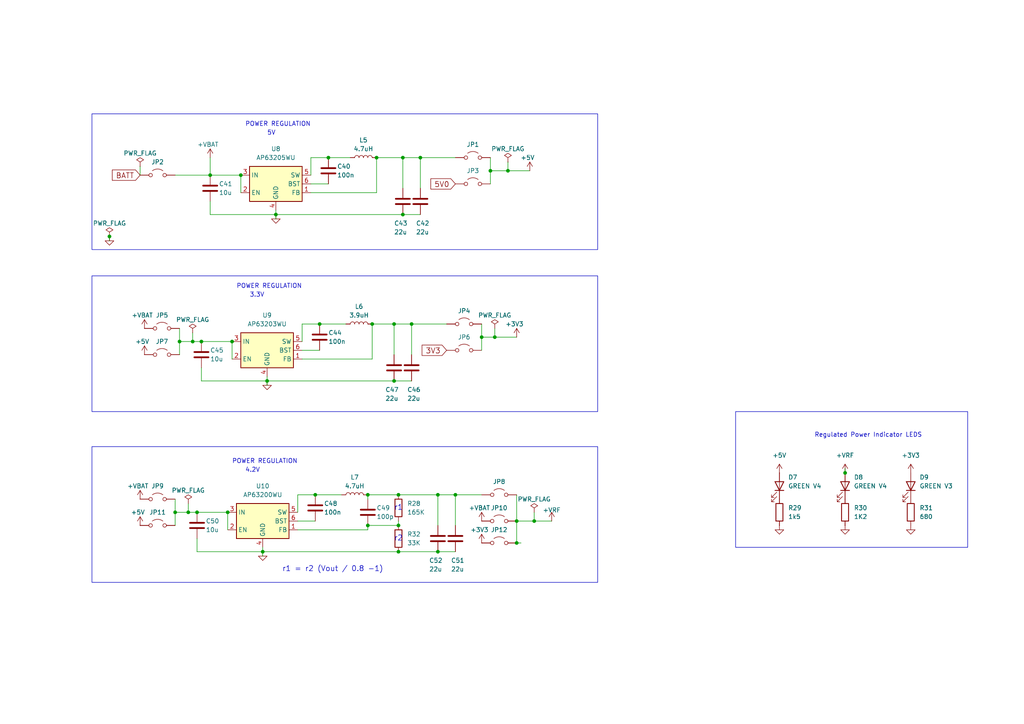
<source format=kicad_sch>
(kicad_sch (version 20231120) (generator "eeschema") (generator_version "8.0")
  (paper "A4")
  (lib_symbols
    (symbol "+3V3_2" (power) (pin_numbers hide) (pin_names (offset 0) hide)
      (property "Value" "+3V3" (at 0 3.556 0))
      (symbol "+3V3_2_0_1"
        (polyline (pts (xy -0.762 1.27) (xy 0 2.54)))
        (polyline (pts (xy 0 0) (xy 0 2.54)))
        (polyline (pts (xy 0 2.54) (xy 0.762 1.27)))
      )
      (symbol "+3V3_2_1_1"
        (pin power_in line (at 0 0 90) (length 0) (name "~") (number "1"))
      )
    )
    (symbol "Device:C" (pin_numbers hide) (pin_names (offset 0.254))
      (property "Reference" "C" (at 0.635 2.54 0))
      (property "Value" "C" (at 0.635 -2.54 0))
      (symbol "C_0_1"
        (polyline (pts (xy -2.032 -0.762) (xy 2.032 -0.762)) (stroke (width 0.508)))
        (polyline (pts (xy -2.032 0.762) (xy 2.032 0.762)) (stroke (width 0.508)))
      )
      (symbol "C_1_1"
        (pin passive line (at 0 3.81 270) (length 2.794) (name "~") (number "1"))
        (pin passive line (at 0 -3.81 90) (length 2.794) (name "~") (number "2"))
      )
    )
    (symbol "Device:L" (pin_numbers hide) (pin_names (offset 1.016) hide)
      (property "Reference" "L" (at -1.27 0 90))
      (property "Value" "L" (at 1.905 0 90))
      (symbol "L_0_1"
        (arc (start 0 -2.54) (mid 0.6323 -1.905) (end 0 -1.27))
        (arc (start 0 -1.27) (mid 0.6323 -0.635) (end 0 0))
        (arc (start 0 0) (mid 0.6323 0.635) (end 0 1.27))
        (arc (start 0 1.27) (mid 0.6323 1.905) (end 0 2.54))
      )
      (symbol "L_1_1"
        (pin passive line (at 0 3.81 270) (length 1.27) (name "1") (number "1"))
        (pin passive line (at 0 -3.81 90) (length 1.27) (name "2") (number "2"))
      )
    )
    (symbol "Device:LED" (pin_numbers hide) (pin_names (offset 1.016) hide)
      (property "Reference" "D" (at 0 2.54 0))
      (property "Value" "LED" (at 0 -2.54 0))
      (symbol "LED_0_1"
        (polyline (pts (xy -1.27 -1.27) (xy -1.27 1.27)) (stroke (width 0.254)))
        (polyline (pts (xy -1.27 0) (xy 1.27 0)))
        (polyline (pts (xy 1.27 -1.27) (xy 1.27 1.27) (xy -1.27 0) (xy 1.27 -1.27)) (stroke (width 0.254)))
        (polyline (pts (xy -3.048 -0.762) (xy -4.572 -2.286) (xy -3.81 -2.286) (xy -4.572 -2.286) (xy -4.572 -1.524)))
        (polyline (pts (xy -1.778 -0.762) (xy -3.302 -2.286) (xy -2.54 -2.286) (xy -3.302 -2.286) (xy -3.302 -1.524)))
      )
      (symbol "LED_1_1"
        (pin passive line (at -3.81 0 0) (length 2.54) (name "K") (number "1"))
        (pin passive line (at 3.81 0 180) (length 2.54) (name "A") (number "2"))
      )
    )
    (symbol "Device:R" (pin_numbers hide) (pin_names (offset 0))
      (property "Reference" "R" (at 2.032 0 90))
      (property "Value" "R" (at 0 0 90))
      (symbol "R_0_1"
        (rectangle (start -1.016 -2.54) (end 1.016 2.54) (stroke (width 0.254)))
      )
      (symbol "R_1_1"
        (pin passive line (at 0 3.81 270) (length 1.27) (name "~") (number "1"))
        (pin passive line (at 0 -3.81 90) (length 1.27) (name "~") (number "2"))
      )
    )
    (symbol "GND_1" (power) (pin_numbers hide) (pin_names (offset 0) hide)
      (property "Value" "GND" (at 0 -3.81 0))
      (symbol "GND_1_0_1"
        (polyline (pts (xy 0 0) (xy 0 -1.27) (xy 1.27 -1.27) (xy 0 -2.54) (xy -1.27 -1.27) (xy 0 -1.27)))
      )
      (symbol "GND_1_1_1"
        (pin power_in line (at 0 0 270) (length 0) (name "~") (number "1"))
      )
    )
    (symbol "Jumper:Jumper_2_Open" (pin_numbers hide) (pin_names (offset 0) hide) (exclude_from_sim yes)
      (property "Reference" "JP" (at 0 2.794 0))
      (property "Value" "Jumper_2_Open" (at 0 -2.286 0))
      (symbol "Jumper_2_Open_0_0"
        (circle (center -2.032 0) (radius 0.508))
        (circle (center 2.032 0) (radius 0.508))
      )
      (symbol "Jumper_2_Open_0_1"
        (arc (start 1.524 1.27) (mid 0 1.778) (end -1.524 1.27))
      )
      (symbol "Jumper_2_Open_1_1"
        (pin passive line (at -5.08 0 0) (length 2.54) (name "A") (number "1"))
        (pin passive line (at 5.08 0 180) (length 2.54) (name "B") (number "2"))
      )
    )
    (symbol "Regulator_Switching:AP63203WU"
      (property "Reference" "U" (at -7.62 6.35 0))
      (property "Value" "AP63203WU" (at 2.54 6.35 0))
      (symbol "AP63203WU_0_1"
        (rectangle (start -7.62 5.08) (end 7.62 -5.08) (stroke (width 0.254)) (fill (type background)))
      )
      (symbol "AP63203WU_1_1"
        (pin input line (at 10.16 -2.54 180) (length 2.54) (name "FB") (number "1"))
        (pin input line (at -10.16 -2.54 0) (length 2.54) (name "EN") (number "2"))
        (pin power_in line (at -10.16 2.54 0) (length 2.54) (name "IN") (number "3"))
        (pin power_in line (at 0 -7.62 90) (length 2.54) (name "GND") (number "4"))
        (pin output line (at 10.16 2.54 180) (length 2.54) (name "SW") (number "5"))
        (pin passive line (at 10.16 0 180) (length 2.54) (name "BST") (number "6"))
      )
    )
    (symbol "Regulator_Switching:AP63205WU"
      (property "Reference" "U" (at -7.62 6.35 0))
      (property "Value" "AP63205WU" (at 2.54 6.35 0))
      (symbol "AP63205WU_0_1"
        (rectangle (start -7.62 5.08) (end 7.62 -5.08) (stroke (width 0.254)) (fill (type background)))
      )
      (symbol "AP63205WU_1_1"
        (pin input line (at 10.16 -2.54 180) (length 2.54) (name "FB") (number "1"))
        (pin input line (at -10.16 -2.54 0) (length 2.54) (name "EN") (number "2"))
        (pin power_in line (at -10.16 2.54 0) (length 2.54) (name "IN") (number "3"))
        (pin power_in line (at 0 -7.62 90) (length 2.54) (name "GND") (number "4"))
        (pin output line (at 10.16 2.54 180) (length 2.54) (name "SW") (number "5"))
        (pin passive line (at 10.16 0 180) (length 2.54) (name "BST") (number "6"))
      )
    )
    (symbol "power:+3V3" (power) (pin_numbers hide) (pin_names (offset 0) hide)
      (property "Value" "+3V3" (at 0 3.556 0))
      (symbol "+3V3_0_1"
        (polyline (pts (xy -0.762 1.27) (xy 0 2.54)))
        (polyline (pts (xy 0 0) (xy 0 2.54)))
        (polyline (pts (xy 0 2.54) (xy 0.762 1.27)))
      )
      (symbol "+3V3_1_1"
        (pin power_in line (at 0 0 90) (length 0) (name "~") (number "1"))
      )
    )
    (symbol "power:+4V" (power) (pin_numbers hide) (pin_names (offset 0) hide)
      (property "Value" "+4V" (at 0 3.556 0))
      (symbol "+4V_0_1"
        (polyline (pts (xy -0.762 1.27) (xy 0 2.54)))
        (polyline (pts (xy 0 0) (xy 0 2.54)))
        (polyline (pts (xy 0 2.54) (xy 0.762 1.27)))
      )
      (symbol "+4V_1_1"
        (pin power_in line (at 0 0 90) (length 0) (name "~") (number "1"))
      )
    )
    (symbol "power:+BATT" (power) (pin_numbers hide) (pin_names (offset 0) hide)
      (property "Value" "+BATT" (at 0 3.556 0))
      (symbol "+BATT_0_1"
        (polyline (pts (xy -0.762 1.27) (xy 0 2.54)))
        (polyline (pts (xy 0 0) (xy 0 2.54)))
        (polyline (pts (xy 0 2.54) (xy 0.762 1.27)))
      )
      (symbol "+BATT_1_1"
        (pin power_in line (at 0 0 90) (length 0) (name "~") (number "1"))
      )
    )
    (symbol "power:GND" (power) (pin_numbers hide) (pin_names (offset 0) hide)
      (property "Value" "GND" (at 0 -3.81 0))
      (symbol "GND_0_1"
        (polyline (pts (xy 0 0) (xy 0 -1.27) (xy 1.27 -1.27) (xy 0 -2.54) (xy -1.27 -1.27) (xy 0 -1.27)))
      )
      (symbol "GND_1_1"
        (pin power_in line (at 0 0 270) (length 0) (name "~") (number "1"))
      )
    )
    (symbol "power:PWR_FLAG" (power) (pin_numbers hide) (pin_names (offset 0) hide)
      (property "Value" "PWR_FLAG" (at 0 3.81 0))
      (symbol "PWR_FLAG_0_0"
        (pin power_out line (at 0 0 90) (length 0) (name "~") (number "1"))
      )
      (symbol "PWR_FLAG_0_1"
        (polyline (pts (xy 0 0) (xy 0 1.27) (xy -1.016 1.905) (xy 0 2.54) (xy 1.016 1.905) (xy 0 1.27)))
      )
    )
    (symbol "power:VBUS" (power) (pin_numbers hide) (pin_names (offset 0) hide)
      (property "Value" "VBUS" (at 0 3.556 0))
      (symbol "VBUS_0_1"
        (polyline (pts (xy -0.762 1.27) (xy 0 2.54)))
        (polyline (pts (xy 0 0) (xy 0 2.54)))
        (polyline (pts (xy 0 2.54) (xy 0.762 1.27)))
      )
      (symbol "VBUS_1_1"
        (pin power_in line (at 0 0 90) (length 0) (name "~") (number "1"))
      )
    )
  )
  (junction (at 107.95 93.98))
  (junction (at 114.3 93.98))
  (junction (at 115.57 143.51))
  (junction (at 115.57 160.02))
  (junction (at 31.75 68.58))
  (junction (at 132.08 143.51))
  (junction (at 106.68 152.4))
  (junction (at 69.85 50.8))
  (junction (at 95.25 45.72))
  (junction (at 106.68 143.51))
  (junction (at 109.22 45.72))
  (junction (at 67.31 99.06))
  (junction (at 77.47 110.49))
  (junction (at 91.44 143.51))
  (junction (at 139.7 97.79))
  (junction (at 119.38 93.98))
  (junction (at 76.2 160.02))
  (junction (at 127 143.51))
  (junction (at 127 160.02))
  (junction (at 50.8 148.59))
  (junction (at 143.51 97.79))
  (junction (at 245.11 137.16))
  (junction (at 58.42 99.06))
  (junction (at 147.32 49.53))
  (junction (at 55.88 99.06))
  (junction (at 149.86 151.13))
  (junction (at 142.24 49.53))
  (junction (at 60.96 50.8))
  (junction (at 57.15 148.59))
  (junction (at 121.92 45.72))
  (junction (at 154.94 151.13))
  (junction (at 52.07 99.06))
  (junction (at 115.57 152.4))
  (junction (at 92.71 93.98))
  (junction (at 116.84 45.72))
  (junction (at 149.86 157.48))
  (junction (at 116.84 62.23))
  (junction (at 80.01 62.23))
  (junction (at 114.3 110.49))
  (junction (at 66.04 148.59))
  (junction (at 54.61 148.59))
  (wire (pts (xy 142.24 49.53) (xy 142.24 45.72)))
  (wire (pts (xy 76.2 160.02) (xy 76.2 158.75)))
  (wire (pts (xy 132.08 143.51) (xy 132.08 152.4)))
  (wire (pts (xy 107.95 93.98) (xy 114.3 93.98)))
  (wire (pts (xy 40.64 48.26) (xy 40.64 50.8)))
  (wire (pts (xy 58.42 99.06) (xy 67.31 99.06)))
  (wire (pts (xy 121.92 45.72) (xy 132.08 45.72)))
  (wire (pts (xy 76.2 160.02) (xy 115.57 160.02)))
  (wire (pts (xy 77.47 110.49) (xy 77.47 109.22)))
  (wire (pts (xy 80.01 62.23) (xy 80.01 63.5)))
  (wire (pts (xy 31.75 68.58) (xy 31.75 69.85)))
  (wire (pts (xy 147.32 46.99) (xy 147.32 49.53)))
  (wire (pts (xy 52.07 95.25) (xy 52.07 99.06)))
  (wire (pts (xy 57.15 160.02) (xy 76.2 160.02)))
  (wire (pts (xy 58.42 106.68) (xy 58.42 110.49)))
  (wire (pts (xy 92.71 93.98) (xy 100.33 93.98)))
  (wire (pts (xy 86.36 143.51) (xy 86.36 148.59)))
  (wire (pts (xy 132.08 143.51) (xy 139.7 143.51)))
  (wire (pts (xy 60.96 45.72) (xy 60.96 50.8)))
  (wire (pts (xy 149.86 157.48) (xy 151.13 157.48)))
  (wire (pts (xy 95.25 45.72) (xy 101.6 45.72)))
  (wire (pts (xy 116.84 62.23) (xy 121.92 62.23)))
  (wire (pts (xy 114.3 93.98) (xy 119.38 93.98)))
  (wire (pts (xy 58.42 110.49) (xy 77.47 110.49)))
  (wire (pts (xy 67.31 99.06) (xy 67.31 104.14)))
  (wire (pts (xy 109.22 55.88) (xy 90.17 55.88)))
  (wire (pts (xy 76.2 160.02) (xy 76.2 161.29)))
  (wire (pts (xy 52.07 99.06) (xy 55.88 99.06)))
  (wire (pts (xy 147.32 49.53) (xy 153.67 49.53)))
  (wire (pts (xy 149.86 151.13) (xy 149.86 157.48)))
  (wire (pts (xy 127 160.02) (xy 132.08 160.02)))
  (wire (pts (xy 50.8 148.59) (xy 54.61 148.59)))
  (wire (pts (xy 55.88 96.52) (xy 55.88 99.06)))
  (wire (pts (xy 116.84 45.72) (xy 116.84 54.61)))
  (wire (pts (xy 121.92 45.72) (xy 121.92 54.61)))
  (wire (pts (xy 127 143.51) (xy 132.08 143.51)))
  (wire (pts (xy 143.51 95.25) (xy 143.51 97.79)))
  (wire (pts (xy 60.96 50.8) (xy 69.85 50.8)))
  (wire (pts (xy 87.63 93.98) (xy 92.71 93.98)))
  (wire (pts (xy 139.7 97.79) (xy 139.7 101.6)))
  (wire (pts (xy 54.61 148.59) (xy 57.15 148.59)))
  (wire (pts (xy 149.86 151.13) (xy 154.94 151.13)))
  (wire (pts (xy 142.24 49.53) (xy 142.24 53.34)))
  (wire (pts (xy 115.57 143.51) (xy 127 143.51)))
  (wire (pts (xy 52.07 99.06) (xy 52.07 102.87)))
  (wire (pts (xy 149.86 143.51) (xy 149.86 151.13)))
  (wire (pts (xy 154.94 148.59) (xy 154.94 151.13)))
  (wire (pts (xy 87.63 104.14) (xy 107.95 104.14)))
  (wire (pts (xy 115.57 160.02) (xy 127 160.02)))
  (wire (pts (xy 86.36 151.13) (xy 91.44 151.13)))
  (wire (pts (xy 90.17 53.34) (xy 95.25 53.34)))
  (wire (pts (xy 109.22 45.72) (xy 109.22 55.88)))
  (wire (pts (xy 154.94 151.13) (xy 160.02 151.13)))
  (wire (pts (xy 60.96 62.23) (xy 80.01 62.23)))
  (wire (pts (xy 86.36 153.67) (xy 106.68 153.67)))
  (wire (pts (xy 90.17 45.72) (xy 95.25 45.72)))
  (wire (pts (xy 87.63 101.6) (xy 92.71 101.6)))
  (wire (pts (xy 91.44 143.51) (xy 99.06 143.51)))
  (wire (pts (xy 119.38 93.98) (xy 129.54 93.98)))
  (wire (pts (xy 139.7 97.79) (xy 143.51 97.79)))
  (wire (pts (xy 90.17 50.8) (xy 90.17 45.72)))
  (wire (pts (xy 69.85 50.8) (xy 69.85 55.88)))
  (wire (pts (xy 107.95 93.98) (xy 107.95 104.14)))
  (wire (pts (xy 50.8 148.59) (xy 50.8 152.4)))
  (wire (pts (xy 115.57 151.13) (xy 115.57 152.4)))
  (wire (pts (xy 106.68 143.51) (xy 115.57 143.51)))
  (wire (pts (xy 55.88 99.06) (xy 58.42 99.06)))
  (wire (pts (xy 80.01 62.23) (xy 80.01 60.96)))
  (wire (pts (xy 87.63 93.98) (xy 87.63 99.06)))
  (wire (pts (xy 80.01 62.23) (xy 116.84 62.23)))
  (wire (pts (xy 114.3 93.98) (xy 114.3 102.87)))
  (wire (pts (xy 114.3 110.49) (xy 119.38 110.49)))
  (wire (pts (xy 106.68 152.4) (xy 115.57 152.4)))
  (wire (pts (xy 245.11 135.89) (xy 245.11 137.16)))
  (wire (pts (xy 54.61 146.05) (xy 54.61 148.59)))
  (wire (pts (xy 139.7 93.98) (xy 139.7 97.79)))
  (wire (pts (xy 106.68 143.51) (xy 106.68 144.78)))
  (wire (pts (xy 77.47 110.49) (xy 114.3 110.49)))
  (wire (pts (xy 60.96 58.42) (xy 60.96 62.23)))
  (wire (pts (xy 57.15 148.59) (xy 66.04 148.59)))
  (wire (pts (xy 106.68 152.4) (xy 106.68 153.67)))
  (wire (pts (xy 127 143.51) (xy 127 152.4)))
  (wire (pts (xy 57.15 156.21) (xy 57.15 160.02)))
  (wire (pts (xy 50.8 144.78) (xy 50.8 148.59)))
  (wire (pts (xy 116.84 45.72) (xy 121.92 45.72)))
  (wire (pts (xy 86.36 143.51) (xy 91.44 143.51)))
  (wire (pts (xy 50.8 50.8) (xy 60.96 50.8)))
  (wire (pts (xy 119.38 93.98) (xy 119.38 102.87)))
  (wire (pts (xy 77.47 110.49) (xy 77.47 111.76)))
  (wire (pts (xy 142.24 49.53) (xy 147.32 49.53)))
  (wire (pts (xy 143.51 97.79) (xy 149.86 97.79)))
  (wire (pts (xy 66.04 148.59) (xy 66.04 153.67)))
  (wire (pts (xy 109.22 45.72) (xy 116.84 45.72)))
  (rectangle (start 26.67 129.54) (end 173.355 168.91))
  (rectangle (start 26.67 33.02) (end 173.355 72.39))
  (rectangle (start 213.36 119.38) (end 280.67 158.75))
  (rectangle (start 26.67 80.01) (end 173.355 119.38))
  (text "POWER REGULATION" (at 71.12 36.83 0) (effects (font (size 1.27 1.27)) (justify left bottom)))
  (text "3.3V" (at 72.39 86.36 0) (effects (font (size 1.27 1.27)) (justify left bottom)))
  (text "4.2V" (at 71.12 137.16 0) (effects (font (size 1.27 1.27)) (justify left bottom)))
  (text "POWER REGULATION" (at 68.58 83.82 0) (effects (font (size 1.27 1.27)) (justify left bottom)))
  (text "r1" (at 115.57 147.32 0) (effects (font (size 1.524 1.524))))
  (text "POWER REGULATION" (at 67.31 134.62 0) (effects (font (size 1.27 1.27)) (justify left bottom)))
  (text "r1 = r2 (Vout / 0.8 -1)" (at 96.52 165.1 0) (effects (font (size 1.524 1.524))))
  (text "Regulated Power Indicator LEDS" (at 236.22 127 0) (effects (font (size 1.27 1.27)) (justify left bottom)))
  (text "5V" (at 77.47 39.37 0) (effects (font (size 1.27 1.27)) (justify left bottom)))
  (text "r2" (at 115.57 156.21 0) (effects (font (size 1.524 1.524))))
  (global_label "5V0" (shape input) (at 132.08 53.34 180) (effects (font (size 1.524 1.524))) (property "Intersheetrefs" "${INTERSHEET_REFS}" (effects (hide yes))))
  (global_label "3V3" (shape input) (at 129.54 101.6 180) (effects (font (size 1.524 1.524))) (property "Intersheetrefs" "${INTERSHEET_REFS}" (effects (hide yes))))
  (global_label "BATT" (shape input) (at 40.64 50.8 180) (effects (font (size 1.524 1.524))) (property "Intersheetrefs" "${INTERSHEET_REFS}" (effects (hide yes))))
  (symbol (lib_id "Device:R") (at 264.16 148.59 0) (unit 1)
    (property "Reference" "R31" (at 266.7 147.3199 0) (effects (justify left)))
    (property "Value" "680" (at 266.7 149.8599 0) (effects (justify left)))
    (property "Footprint" "Resistor_SMD:R_0603_1608Metric_Pad0.98x0.95mm_HandSolder" (effects (hide yes)))
    (property "Manufactorer" "YAGEO" (effects (hide yes)))
    (property "Part Number" "RC0201FR-07680RL" (effects (hide yes)))
    (property "Tolerance" "1%" (effects (hide yes)))
  )
  (symbol (lib_id "Device:R") (at 245.11 148.59 0) (unit 1)
    (property "Reference" "R30" (at 247.65 147.3199 0) (effects (justify left)))
    (property "Value" "1K2" (at 247.65 149.8599 0) (effects (justify left)))
    (property "Footprint" "Resistor_SMD:R_0603_1608Metric_Pad0.98x0.95mm_HandSolder" (effects (hide yes)))
    (property "Manufactorer" "YAGEO" (effects (hide yes)))
    (property "Part Number" "RC0201FR-071K2L" (effects (hide yes)))
    (property "Tolerance" "1%" (effects (hide yes)))
  )
  (symbol (lib_id "power:+BATT") (at 41.91 95.25 0) (unit 1)
    (property "Reference" "#PWR074" (effects (hide yes)))
    (property "Value" "+VBAT" (at 41.275 91.44 0))
    (property "Description" "Power symbol creates a global label with name \"+BATT\"" (effects (hide yes)))
  )
  (symbol (lib_id "Device:C") (at 121.92 58.42 0) (unit 1)
    (property "Reference" "C43" (at 114.3 64.77 0) (effects (justify left)))
    (property "Value" "22u" (at 114.3 67.31 0) (effects (justify left)))
    (property "Footprint" "Capacitor_SMD:C_0805_2012Metric_Pad1.18x1.45mm_HandSolder" (effects (hide yes)))
    (property "Voltage" "25" (effects (hide yes)))
    (property "Manufactorer" "Murata" (effects (hide yes)))
    (property "Part Number" "GRM21BR61E226ME44K" (effects (hide yes)))
    (property "Tolerance" "20%" (effects (hide yes)))
  )
  (symbol (lib_id "power:GND") (at 226.06 152.4 0) (unit 1)
    (property "Reference" "#PWR085" (effects (hide yes)))
    (property "Value" "GND" (effects (hide yes)))
    (property "Description" "Power symbol creates a global label with name \"GND\" , ground" (effects (hide yes)))
  )
  (symbol (lib_id "power:VBUS") (at 41.91 102.87 0) (unit 1)
    (property "Reference" "#PWR076" (effects (hide yes)))
    (property "Value" "+5V" (at 41.275 99.06 0))
    (property "Description" "Power symbol creates a global label with name \"VBUS\"" (effects (hide yes)))
  )
  (symbol (lib_name "+3V3_2") (lib_id "power:+3V3") (at 264.16 137.16 0) (unit 1)
    (property "Reference" "#PWR080" (effects (hide yes)))
    (property "Value" "+3V3" (at 264.16 132.08 0))
    (property "Description" "Power symbol creates a global label with name \"+3V3\"" (effects (hide yes)))
  )
  (symbol (lib_id "Device:LED") (at 245.11 140.97 270) (mirror x) (unit 1)
    (property "Reference" "D8" (at 247.65 138.43 90) (effects (justify left)))
    (property "Value" "GREEN V4" (at 247.65 140.97 90) (effects (justify left)))
    (property "Footprint" "LED_SMD:LED_0603_1608Metric_Pad1.05x0.95mm_HandSolder" (effects (hide yes)))
    (property "Datasheet" "https://mm.digikey.com/Volume0/opasdata/d220001/medias/docus/1294/LTST-C191GKT.pdf" (effects (hide yes)))
    (property "Color" "Green" (effects (hide yes)))
    (property "Manufactorer" "Lite-On" (effects (hide yes)))
    (property "Part Number" "LTST-C191GKT" (effects (hide yes)))
    (property "Voltage" "2.1" (effects (hide yes)))
  )
  (symbol (lib_id "Device:LED") (at 226.06 140.97 270) (mirror x) (unit 1)
    (property "Reference" "D7" (at 228.6 138.43 90) (effects (justify left)))
    (property "Value" "GREEN V4" (at 228.6 140.97 90) (effects (justify left)))
    (property "Footprint" "LED_SMD:LED_0603_1608Metric_Pad1.05x0.95mm_HandSolder" (effects (hide yes)))
    (property "Datasheet" "https://mm.digikey.com/Volume0/opasdata/d220001/medias/docus/1294/LTST-C191GKT.pdf" (effects (hide yes)))
    (property "Color" "Green" (effects (hide yes)))
    (property "Manufactorer" "Lite-On" (effects (hide yes)))
    (property "Part Number" "LTST-C191GKT" (effects (hide yes)))
    (property "Voltage" "2.1" (effects (hide yes)))
  )
  (symbol (lib_id "Jumper:Jumper_2_Open") (at 134.62 93.98 0) (unit 1) (exclude_from_sim yes)
    (property "Reference" "JP4" (at 134.62 90.17 0))
    (property "Value" "Jumper_2_Open" (effects (hide yes)))
    (property "Footprint" "Connector_PinHeader_2.54mm:PinHeader_1x02_P2.54mm_Vertical" (effects (hide yes)))
    (property "Description" "Jumper, 2-pole, open" (effects (hide yes)))
  )
  (symbol (lib_id "Device:C") (at 106.68 148.59 0) (unit 1)
    (property "Reference" "C49" (at 109.22 147.32 0) (effects (justify left)))
    (property "Value" "100p" (at 109.22 149.86 0) (effects (justify left)))
    (property "Footprint" "Capacitor_SMD:C_0603_1608Metric_Pad1.08x0.95mm_HandSolder" (effects (hide yes)))
    (property "Voltage" "25" (effects (hide yes)))
    (property "Manufactorer" "Murata" (effects (hide yes)))
    (property "Part Number" "GRM033R61E104KE14J" (effects (hide yes)))
    (property "Tolerance" "10%" (effects (hide yes)))
  )
  (symbol (lib_id "power:VBUS") (at 40.64 152.4 0) (unit 1)
    (property "Reference" "#PWR084" (effects (hide yes)))
    (property "Value" "+5V" (at 40.005 148.59 0))
    (property "Description" "Power symbol creates a global label with name \"VBUS\"" (effects (hide yes)))
  )
  (symbol (lib_id "Device:C") (at 58.42 102.87 0) (unit 1)
    (property "Reference" "C45" (at 60.96 101.6 0) (effects (justify left)))
    (property "Value" "10u" (at 60.96 104.14 0) (effects (justify left)))
    (property "Footprint" "Capacitor_SMD:C_0603_1608Metric_Pad1.08x0.95mm_HandSolder" (effects (hide yes)))
    (property "Voltage" "50" (effects (hide yes)))
    (property "Manufactorer" "Murata" (effects (hide yes)))
    (property "Part Number" "GRM21BR61H106KE43K" (effects (hide yes)))
    (property "Tolerance" "10%" (effects (hide yes)))
  )
  (symbol (lib_id "Jumper:Jumper_2_Open") (at 144.78 157.48 0) (unit 1) (exclude_from_sim yes)
    (property "Reference" "JP12" (at 144.78 153.67 0))
    (property "Value" "Jumper_2_Open" (effects (hide yes)))
    (property "Footprint" "Connector_PinHeader_2.54mm:PinHeader_1x02_P2.54mm_Vertical" (effects (hide yes)))
    (property "Description" "Jumper, 2-pole, open" (effects (hide yes)))
  )
  (symbol (lib_id "power:VBUS") (at 153.67 49.53 0) (unit 1)
    (property "Reference" "#PWR071" (effects (hide yes)))
    (property "Value" "+5V" (at 153.035 45.72 0))
    (property "Description" "Power symbol creates a global label with name \"VBUS\"" (effects (hide yes)))
  )
  (symbol (lib_id "Device:R") (at 115.57 147.32 0) (unit 1)
    (property "Reference" "R28" (at 118.11 146.0499 0) (effects (justify left)))
    (property "Value" "165K" (at 118.11 148.5899 0) (effects (justify left)))
    (property "Footprint" "Resistor_SMD:R_0603_1608Metric_Pad0.98x0.95mm_HandSolder" (effects (hide yes)))
    (property "Description" "Resistor" (effects (hide yes)))
  )
  (symbol (lib_id "power:GND") (at 245.11 152.4 0) (unit 1)
    (property "Reference" "#PWR086" (effects (hide yes)))
    (property "Value" "GND" (effects (hide yes)))
    (property "Description" "Power symbol creates a global label with name \"GND\" , ground" (effects (hide yes)))
  )
  (symbol (lib_name "GND_1") (lib_id "power:GND") (at 80.01 62.23 0) (unit 1)
    (property "Reference" "#PWR072" (effects (hide yes)))
    (property "Value" "GND" (effects (hide yes)))
    (property "Description" "Power symbol creates a global label with name \"GND\" , ground" (effects (hide yes)))
  )
  (symbol (lib_id "Regulator_Switching:AP63205WU") (at 80.01 53.34 0) (unit 1)
    (property "Reference" "U8" (at 80.01 43.18 0))
    (property "Value" "AP63205WU" (at 80.01 45.72 0))
    (property "Footprint" "Package_TO_SOT_SMD:TSOT-23-6_HandSoldering" (effects (hide yes)))
    (property "Datasheet" "https://www.diodes.com/assets/Datasheets/AP63200-AP63201-AP63203-AP63205.pdf" (effects (hide yes)))
    (property "Manufactorer" "Diodes" (effects (hide yes)))
    (property "Part Number" "AP63205WU-7" (effects (hide yes)))
    (property "Amps" "2" (effects (hide yes)))
    (property "Voltage" "5" (effects (hide yes)))
  )
  (symbol (lib_id "Device:C") (at 92.71 97.79 0) (unit 1)
    (property "Reference" "C44" (at 95.25 96.52 0) (effects (justify left)))
    (property "Value" "100n" (at 95.25 99.06 0) (effects (justify left)))
    (property "Footprint" "Capacitor_SMD:C_0402_1005Metric_Pad0.74x0.62mm_HandSolder" (effects (hide yes)))
    (property "Voltage" "25" (effects (hide yes)))
    (property "Manufactorer" "Murata" (effects (hide yes)))
    (property "Part Number" "GRM033R61E104KE14J" (effects (hide yes)))
    (property "Tolerance" "10%" (effects (hide yes)))
  )
  (symbol (lib_id "Device:C") (at 127 156.21 0) (unit 1)
    (property "Reference" "C51" (at 130.81 162.56 0) (effects (justify left)))
    (property "Value" "22u" (at 130.81 165.1 0) (effects (justify left)))
    (property "Footprint" "Capacitor_SMD:C_0805_2012Metric_Pad1.18x1.45mm_HandSolder" (effects (hide yes)))
    (property "Voltage" "25" (effects (hide yes)))
    (property "Manufactorer" "Murata" (effects (hide yes)))
    (property "Part Number" "GRM21BR61E226ME44K" (effects (hide yes)))
    (property "Tolerance" "20%" (effects (hide yes)))
  )
  (symbol (lib_id "Device:C") (at 116.84 58.42 0) (unit 1)
    (property "Reference" "C42" (at 120.65 64.77 0) (effects (justify left)))
    (property "Value" "22u" (at 120.65 67.31 0) (effects (justify left)))
    (property "Footprint" "Capacitor_SMD:C_0805_2012Metric_Pad1.18x1.45mm_HandSolder" (effects (hide yes)))
    (property "Voltage" "25" (effects (hide yes)))
    (property "Manufactorer" "Murata" (effects (hide yes)))
    (property "Part Number" "GRM21BR61E226ME44K" (effects (hide yes)))
    (property "Tolerance" "20%" (effects (hide yes)))
  )
  (symbol (lib_id "Regulator_Switching:AP63203WU") (at 77.47 101.6 0) (unit 1)
    (property "Reference" "U9" (at 77.47 91.44 0))
    (property "Value" "AP63203WU" (at 77.47 93.98 0))
    (property "Footprint" "Package_TO_SOT_SMD:TSOT-23-6_HandSoldering" (effects (hide yes)))
    (property "Datasheet" "https://www.diodes.com/assets/Datasheets/AP63200-AP63201-AP63203-AP63205.pdf" (effects (hide yes)))
    (property "Manufactorer" "Diodes" (effects (hide yes)))
    (property "Part Number" "AP63203WU-7" (effects (hide yes)))
    (property "Amps" "2" (effects (hide yes)))
    (property "Voltage" "3" (effects (hide yes)))
  )
  (symbol (lib_id "Device:R") (at 226.06 148.59 0) (unit 1)
    (property "Reference" "R29" (at 228.6 147.3199 0) (effects (justify left)))
    (property "Value" "1k5" (at 228.6 149.8599 0) (effects (justify left)))
    (property "Footprint" "Resistor_SMD:R_0603_1608Metric_Pad0.98x0.95mm_HandSolder" (effects (hide yes)))
    (property "Manufactorer" "YAGEO" (effects (hide yes)))
    (property "Part Number" "RC0201FR-071K2L" (effects (hide yes)))
    (property "Tolerance" "1%" (effects (hide yes)))
  )
  (symbol (lib_id "Jumper:Jumper_2_Open") (at 144.78 151.13 0) (unit 1) (exclude_from_sim yes)
    (property "Reference" "JP10" (at 144.78 147.32 0))
    (property "Value" "Jumper_2_Open" (effects (hide yes)))
    (property "Footprint" "Connector_PinHeader_2.54mm:PinHeader_1x02_P2.54mm_Vertical" (effects (hide yes)))
    (property "Description" "Jumper, 2-pole, open" (effects (hide yes)))
  )
  (symbol (lib_id "Device:L") (at 102.87 143.51 90) (unit 1)
    (property "Reference" "L7" (at 102.87 138.43 90))
    (property "Value" "4.7uH" (at 102.87 140.97 90))
    (property "Footprint" "Inductor_SMD:L_1210_3225Metric_Pad1.42x2.65mm_HandSolder" (effects (hide yes)))
    (property "Datasheet" "https://search.murata.co.jp/Ceramy/image/img/P02/J(E)TE243A-0019.pdf" (effects (hide yes)))
    (property "Manufactorer" "Murata" (effects (hide yes)))
    (property "Part Number" "DFE322512F-3R3M=P2" (effects (hide yes)))
    (property "Amps" "2" (effects (hide yes)))
    (property "Tolerance" "20%" (effects (hide yes)))
  )
  (symbol (lib_id "Regulator_Switching:AP63203WU") (at 76.2 151.13 0) (unit 1)
    (property "Reference" "U10" (at 76.2 140.97 0))
    (property "Value" "AP63200WU" (at 76.2 143.51 0))
    (property "Footprint" "Package_TO_SOT_SMD:TSOT-23-6_HandSoldering" (effects (hide yes)))
    (property "Datasheet" "https://www.diodes.com/assets/Datasheets/AP63200-AP63201-AP63203-AP63205.pdf" (effects (hide yes)))
    (property "Manufactorer" "Diodes" (effects (hide yes)))
    (property "Part Number" "AP63203WU-7" (effects (hide yes)))
    (property "Amps" "2" (effects (hide yes)))
    (property "Voltage" "3" (effects (hide yes)))
  )
  (symbol (lib_id "Jumper:Jumper_2_Open") (at 45.72 152.4 0) (unit 1) (exclude_from_sim yes)
    (property "Reference" "JP11" (at 45.72 148.59 0))
    (property "Value" "Jumper_2_Open" (effects (hide yes)))
    (property "Footprint" "Connector_PinHeader_2.54mm:PinHeader_1x02_P2.54mm_Vertical" (effects (hide yes)))
    (property "Description" "Jumper, 2-pole, open" (effects (hide yes)))
  )
  (symbol (lib_id "power:GND") (at 264.16 152.4 0) (unit 1)
    (property "Reference" "#PWR087" (effects (hide yes)))
    (property "Value" "GND" (effects (hide yes)))
    (property "Description" "Power symbol creates a global label with name \"GND\" , ground" (effects (hide yes)))
  )
  (symbol (lib_id "power:PWR_FLAG") (at 143.51 95.25 0) (unit 1)
    (property "Reference" "#FLG06" (effects (hide yes)))
    (property "Value" "PWR_FLAG" (at 143.51 91.44 0))
    (property "Description" "Special symbol for telling ERC where power comes from" (effects (hide yes)))
  )
  (symbol (lib_id "power:+3V3") (at 139.7 157.48 0) (unit 1)
    (property "Reference" "#PWR088" (effects (hide yes)))
    (property "Value" "+3V3" (at 139.065 153.67 0))
    (property "Description" "Power symbol creates a global label with name \"+3V3\"" (effects (hide yes)))
  )
  (symbol (lib_id "power:VBUS") (at 245.11 137.16 0) (unit 1)
    (property "Reference" "#PWR079" (effects (hide yes)))
    (property "Value" "+VRF" (at 245.11 132.08 0))
    (property "Description" "Power symbol creates a global label with name \"VBUS\"" (effects (hide yes)))
  )
  (symbol (lib_id "Jumper:Jumper_2_Open") (at 134.62 101.6 0) (unit 1) (exclude_from_sim yes)
    (property "Reference" "JP6" (at 134.62 97.79 0))
    (property "Value" "Jumper_2_Open" (effects (hide yes)))
    (property "Footprint" "Connector_PinHeader_2.54mm:PinHeader_1x02_P2.54mm_Vertical" (effects (hide yes)))
    (property "Description" "Jumper, 2-pole, open" (effects (hide yes)))
  )
  (symbol (lib_id "power:+BATT") (at 60.96 45.72 0) (unit 1)
    (property "Reference" "#PWR070" (effects (hide yes)))
    (property "Value" "+VBAT" (at 60.325 41.91 0))
    (property "Description" "Power symbol creates a global label with name \"+BATT\"" (effects (hide yes)))
  )
  (symbol (lib_id "Jumper:Jumper_2_Open") (at 144.78 143.51 0) (unit 1) (exclude_from_sim yes)
    (property "Reference" "JP8" (at 144.78 139.7 0))
    (property "Value" "Jumper_2_Open" (effects (hide yes)))
    (property "Footprint" "Connector_PinHeader_2.54mm:PinHeader_1x02_P2.54mm_Vertical" (effects (hide yes)))
    (property "Description" "Jumper, 2-pole, open" (effects (hide yes)))
  )
  (symbol (lib_id "Device:C") (at 57.15 152.4 0) (unit 1)
    (property "Reference" "C50" (at 59.69 151.13 0) (effects (justify left)))
    (property "Value" "10u" (at 59.69 153.67 0) (effects (justify left)))
    (property "Footprint" "Capacitor_SMD:C_0603_1608Metric_Pad1.08x0.95mm_HandSolder" (effects (hide yes)))
    (property "Voltage" "50" (effects (hide yes)))
    (property "Manufactorer" "Murata" (effects (hide yes)))
    (property "Part Number" "GRM21BR61H106KE43K" (effects (hide yes)))
    (property "Tolerance" "10%" (effects (hide yes)))
  )
  (symbol (lib_id "power:PWR_FLAG") (at 40.64 48.26 0) (unit 1)
    (property "Reference" "#FLG04" (effects (hide yes)))
    (property "Value" "PWR_FLAG" (at 40.64 44.45 0))
    (property "Description" "Special symbol for telling ERC where power comes from" (effects (hide yes)))
  )
  (symbol (lib_id "power:+BATT") (at 40.64 144.78 0) (unit 1)
    (property "Reference" "#PWR081" (effects (hide yes)))
    (property "Value" "+VBAT" (at 40.005 140.97 0))
    (property "Description" "Power symbol creates a global label with name \"+BATT\"" (effects (hide yes)))
  )
  (symbol (lib_id "Jumper:Jumper_2_Open") (at 45.72 144.78 0) (unit 1) (exclude_from_sim yes)
    (property "Reference" "JP9" (at 45.72 140.97 0))
    (property "Value" "Jumper_2_Open" (effects (hide yes)))
    (property "Footprint" "Connector_PinHeader_2.54mm:PinHeader_1x02_P2.54mm_Vertical" (effects (hide yes)))
    (property "Description" "Jumper, 2-pole, open" (effects (hide yes)))
  )
  (symbol (lib_id "Device:R") (at 115.57 156.21 0) (unit 1)
    (property "Reference" "R32" (at 118.11 154.9399 0) (effects (justify left)))
    (property "Value" "33K" (at 118.11 157.4799 0) (effects (justify left)))
    (property "Footprint" "Resistor_SMD:R_0603_1608Metric_Pad0.98x0.95mm_HandSolder" (effects (hide yes)))
    (property "Description" "Resistor" (effects (hide yes)))
  )
  (symbol (lib_name "GND_1") (lib_id "power:GND") (at 76.2 160.02 0) (unit 1)
    (property "Reference" "#PWR089" (effects (hide yes)))
    (property "Value" "GND" (effects (hide yes)))
    (property "Description" "Power symbol creates a global label with name \"GND\" , ground" (effects (hide yes)))
  )
  (symbol (lib_name "GND_1") (lib_id "power:GND") (at 77.47 110.49 0) (unit 1)
    (property "Reference" "#PWR077" (effects (hide yes)))
    (property "Value" "GND" (effects (hide yes)))
    (property "Description" "Power symbol creates a global label with name \"GND\" , ground" (effects (hide yes)))
  )
  (symbol (lib_id "power:VBUS") (at 160.02 151.13 0) (unit 1)
    (property "Reference" "#PWR083" (effects (hide yes)))
    (property "Value" "+VRF" (at 160.02 147.955 0))
    (property "Description" "Power symbol creates a global label with name \"VBUS\"" (effects (hide yes)))
  )
  (symbol (lib_id "Device:L") (at 105.41 45.72 90) (unit 1)
    (property "Reference" "L5" (at 105.41 40.64 90))
    (property "Value" "4.7uH" (at 105.41 43.18 90))
    (property "Footprint" "Inductor_SMD:L_1210_3225Metric_Pad1.42x2.65mm_HandSolder" (effects (hide yes)))
    (property "Datasheet" "https://search.murata.co.jp/Ceramy/image/img/P02/J(E)TE243A-9104.pdf" (effects (hide yes)))
    (property "Manufactorer" "Murata" (effects (hide yes)))
    (property "Part Number" "DFE322520FD-4R7M=P2" (effects (hide yes)))
    (property "Amps" "2" (effects (hide yes)))
    (property "Tolerance" "20%" (effects (hide yes)))
  )
  (symbol (lib_name "GND_1") (lib_id "power:GND") (at 31.75 68.58 0) (unit 1)
    (property "Reference" "#PWR073" (effects (hide yes)))
    (property "Value" "GND" (effects (hide yes)))
    (property "Description" "Power symbol creates a global label with name \"GND\" , ground" (effects (hide yes)))
  )
  (symbol (lib_id "power:PWR_FLAG") (at 154.94 148.59 0) (unit 1)
    (property "Reference" "#FLG09" (effects (hide yes)))
    (property "Value" "PWR_FLAG" (at 154.94 144.78 0))
    (property "Description" "Special symbol for telling ERC where power comes from" (effects (hide yes)))
  )
  (symbol (lib_id "power:+4V") (at 226.06 137.16 0) (unit 1)
    (property "Reference" "#PWR078" (effects (hide yes)))
    (property "Value" "+5V" (at 226.06 132.08 0))
    (property "Description" "Power symbol creates a global label with name \"+4V\"" (effects (hide yes)))
  )
  (symbol (lib_id "Jumper:Jumper_2_Open") (at 45.72 50.8 0) (unit 1) (exclude_from_sim yes)
    (property "Reference" "JP2" (at 45.72 46.99 0))
    (property "Value" "Jumper_2_Open" (effects (hide yes)))
    (property "Footprint" "Connector_PinHeader_2.54mm:PinHeader_1x02_P2.54mm_Vertical" (effects (hide yes)))
    (property "Description" "Jumper, 2-pole, open" (effects (hide yes)))
  )
  (symbol (lib_id "Device:C") (at 95.25 49.53 0) (unit 1)
    (property "Reference" "C40" (at 97.79 48.26 0) (effects (justify left)))
    (property "Value" "100n" (at 97.79 50.8 0) (effects (justify left)))
    (property "Footprint" "Capacitor_SMD:C_0402_1005Metric_Pad0.74x0.62mm_HandSolder" (effects (hide yes)))
    (property "Voltage" "25" (effects (hide yes)))
    (property "Manufactorer" "Murata" (effects (hide yes)))
    (property "Part Number" "GRM033R61E104KE14J" (effects (hide yes)))
    (property "Tolerance" "10%" (effects (hide yes)))
  )
  (symbol (lib_id "Jumper:Jumper_2_Open") (at 137.16 53.34 0) (unit 1) (exclude_from_sim yes)
    (property "Reference" "JP3" (at 137.16 49.53 0))
    (property "Value" "Jumper_2_Open" (effects (hide yes)))
    (property "Footprint" "Connector_PinHeader_2.54mm:PinHeader_1x02_P2.54mm_Vertical" (effects (hide yes)))
    (property "Description" "Jumper, 2-pole, open" (effects (hide yes)))
  )
  (symbol (lib_id "power:PWR_FLAG") (at 54.61 146.05 0) (unit 1)
    (property "Reference" "#FLG08" (effects (hide yes)))
    (property "Value" "PWR_FLAG" (at 54.61 142.24 0))
    (property "Description" "Special symbol for telling ERC where power comes from" (effects (hide yes)))
  )
  (symbol (lib_id "Device:C") (at 119.38 106.68 0) (unit 1)
    (property "Reference" "C47" (at 111.76 113.03 0) (effects (justify left)))
    (property "Value" "22u" (at 111.76 115.57 0) (effects (justify left)))
    (property "Footprint" "Capacitor_SMD:C_0805_2012Metric_Pad1.18x1.45mm_HandSolder" (effects (hide yes)))
    (property "Voltage" "25" (effects (hide yes)))
    (property "Manufactorer" "Murata" (effects (hide yes)))
    (property "Part Number" "GRM21BR61E226ME44K" (effects (hide yes)))
    (property "Tolerance" "20%" (effects (hide yes)))
  )
  (symbol (lib_id "power:PWR_FLAG") (at 31.75 68.58 0) (unit 1)
    (property "Reference" "#FLG05" (effects (hide yes)))
    (property "Value" "PWR_FLAG" (at 31.75 64.77 0))
    (property "Description" "Special symbol for telling ERC where power comes from" (effects (hide yes)))
  )
  (symbol (lib_id "Device:LED") (at 264.16 140.97 270) (mirror x) (unit 1)
    (property "Reference" "D9" (at 266.7 138.43 90) (effects (justify left)))
    (property "Value" "GREEN V3" (at 266.7 140.97 90) (effects (justify left)))
    (property "Footprint" "LED_SMD:LED_0603_1608Metric_Pad1.05x0.95mm_HandSolder" (effects (hide yes)))
    (property "Datasheet" "https://mm.digikey.com/Volume0/opasdata/d220001/medias/docus/1294/LTST-C191GKT.pdf" (effects (hide yes)))
    (property "Color" "Green" (effects (hide yes)))
    (property "Manufactorer" "Lite-On" (effects (hide yes)))
    (property "Part Number" "LTST-C191GKT" (effects (hide yes)))
    (property "Voltage" "2.1" (effects (hide yes)))
  )
  (symbol (lib_id "Jumper:Jumper_2_Open") (at 137.16 45.72 0) (unit 1) (exclude_from_sim yes)
    (property "Reference" "JP1" (at 137.16 41.91 0))
    (property "Value" "Jumper_2_Open" (effects (hide yes)))
    (property "Footprint" "Connector_PinHeader_2.54mm:PinHeader_1x02_P2.54mm_Vertical" (effects (hide yes)))
    (property "Description" "Jumper, 2-pole, open" (effects (hide yes)))
  )
  (symbol (lib_id "Jumper:Jumper_2_Open") (at 46.99 95.25 0) (unit 1) (exclude_from_sim yes)
    (property "Reference" "JP5" (at 46.99 91.44 0))
    (property "Value" "Jumper_2_Open" (effects (hide yes)))
    (property "Footprint" "Connector_PinHeader_2.54mm:PinHeader_1x02_P2.54mm_Vertical" (effects (hide yes)))
    (property "Description" "Jumper, 2-pole, open" (effects (hide yes)))
  )
  (symbol (lib_id "Jumper:Jumper_2_Open") (at 46.99 102.87 0) (unit 1) (exclude_from_sim yes)
    (property "Reference" "JP7" (at 46.99 99.06 0))
    (property "Value" "Jumper_2_Open" (effects (hide yes)))
    (property "Footprint" "Connector_PinHeader_2.54mm:PinHeader_1x02_P2.54mm_Vertical" (effects (hide yes)))
    (property "Description" "Jumper, 2-pole, open" (effects (hide yes)))
  )
  (symbol (lib_id "power:PWR_FLAG") (at 55.88 96.52 0) (unit 1)
    (property "Reference" "#FLG07" (effects (hide yes)))
    (property "Value" "PWR_FLAG" (at 55.88 92.71 0))
    (property "Description" "Special symbol for telling ERC where power comes from" (effects (hide yes)))
  )
  (symbol (lib_id "Device:L") (at 104.14 93.98 90) (unit 1)
    (property "Reference" "L6" (at 104.14 88.9 90))
    (property "Value" "3.9uH" (at 104.14 91.44 90))
    (property "Footprint" "Inductor_SMD:L_1210_3225Metric_Pad1.42x2.65mm_HandSolder" (effects (hide yes)))
    (property "Datasheet" "https://search.murata.co.jp/Ceramy/image/img/P02/J(E)TE243A-0019.pdf" (effects (hide yes)))
    (property "Manufactorer" "Murata" (effects (hide yes)))
    (property "Part Number" "DFE322512F-3R3M=P2" (effects (hide yes)))
    (property "Amps" "2" (effects (hide yes)))
    (property "Tolerance" "20%" (effects (hide yes)))
  )
  (symbol (lib_id "Device:C") (at 114.3 106.68 0) (unit 1)
    (property "Reference" "C46" (at 118.11 113.03 0) (effects (justify left)))
    (property "Value" "22u" (at 118.11 115.57 0) (effects (justify left)))
    (property "Footprint" "Capacitor_SMD:C_0805_2012Metric_Pad1.18x1.45mm_HandSolder" (effects (hide yes)))
    (property "Voltage" "25" (effects (hide yes)))
    (property "Manufactorer" "Murata" (effects (hide yes)))
    (property "Part Number" "GRM21BR61E226ME44K" (effects (hide yes)))
    (property "Tolerance" "20%" (effects (hide yes)))
  )
  (symbol (lib_id "power:+BATT") (at 139.7 151.13 0) (unit 1)
    (property "Reference" "#PWR082" (effects (hide yes)))
    (property "Value" "+VBAT" (at 139.065 147.32 0))
    (property "Description" "Power symbol creates a global label with name \"+BATT\"" (effects (hide yes)))
  )
  (symbol (lib_id "Device:C") (at 132.08 156.21 0) (unit 1)
    (property "Reference" "C52" (at 124.46 162.56 0) (effects (justify left)))
    (property "Value" "22u" (at 124.46 165.1 0) (effects (justify left)))
    (property "Footprint" "Capacitor_SMD:C_0805_2012Metric_Pad1.18x1.45mm_HandSolder" (effects (hide yes)))
    (property "Voltage" "25" (effects (hide yes)))
    (property "Manufactorer" "Murata" (effects (hide yes)))
    (property "Part Number" "GRM21BR61E226ME44K" (effects (hide yes)))
    (property "Tolerance" "20%" (effects (hide yes)))
  )
  (symbol (lib_id "power:PWR_FLAG") (at 147.32 46.99 0) (unit 1)
    (property "Reference" "#FLG03" (effects (hide yes)))
    (property "Value" "PWR_FLAG" (at 147.32 43.18 0))
    (property "Description" "Special symbol for telling ERC where power comes from" (effects (hide yes)))
  )
  (symbol (lib_id "Device:C") (at 60.96 54.61 0) (unit 1)
    (property "Reference" "C41" (at 63.5 53.34 0) (effects (justify left)))
    (property "Value" "10u" (at 63.5 55.88 0) (effects (justify left)))
    (property "Footprint" "Capacitor_SMD:C_0603_1608Metric_Pad1.08x0.95mm_HandSolder" (effects (hide yes)))
    (property "Voltage" "50" (effects (hide yes)))
    (property "Manufactorer" "Murata" (effects (hide yes)))
    (property "Part Number" "GRM21BR61H106KE43K" (effects (hide yes)))
    (property "Tolerance" "10%" (effects (hide yes)))
  )
  (symbol (lib_id "power:+3V3") (at 149.86 97.79 0) (unit 1)
    (property "Reference" "#PWR075" (effects (hide yes)))
    (property "Value" "+3V3" (at 149.225 93.98 0))
    (property "Description" "Power symbol creates a global label with name \"+3V3\"" (effects (hide yes)))
  )
  (symbol (lib_id "Device:C") (at 91.44 147.32 0) (unit 1)
    (property "Reference" "C48" (at 93.98 146.05 0) (effects (justify left)))
    (property "Value" "100n" (at 93.98 148.59 0) (effects (justify left)))
    (property "Footprint" "Capacitor_SMD:C_0402_1005Metric_Pad0.74x0.62mm_HandSolder" (effects (hide yes)))
    (property "Voltage" "25" (effects (hide yes)))
    (property "Manufactorer" "Murata" (effects (hide yes)))
    (property "Part Number" "GRM033R61E104KE14J" (effects (hide yes)))
    (property "Tolerance" "10%" (effects (hide yes)))
  )
)
</source>
